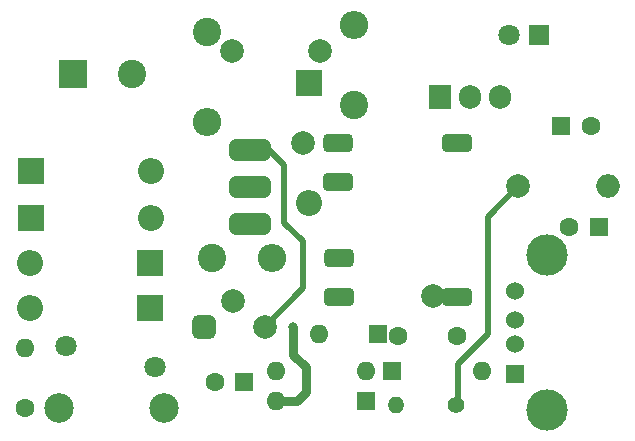
<source format=gbr>
G04 #@! TF.GenerationSoftware,KiCad,Pcbnew,(6.0.5)*
G04 #@! TF.CreationDate,2022-05-08T20:16:57+02:00*
G04 #@! TF.ProjectId,Zasilacz_5V_impulsowy,5a617369-6c61-4637-9a5f-35565f696d70,rev?*
G04 #@! TF.SameCoordinates,Original*
G04 #@! TF.FileFunction,Copper,L1,Top*
G04 #@! TF.FilePolarity,Positive*
%FSLAX46Y46*%
G04 Gerber Fmt 4.6, Leading zero omitted, Abs format (unit mm)*
G04 Created by KiCad (PCBNEW (6.0.5)) date 2022-05-08 20:16:57*
%MOMM*%
%LPD*%
G01*
G04 APERTURE LIST*
G04 Aperture macros list*
%AMRoundRect*
0 Rectangle with rounded corners*
0 $1 Rounding radius*
0 $2 $3 $4 $5 $6 $7 $8 $9 X,Y pos of 4 corners*
0 Add a 4 corners polygon primitive as box body*
4,1,4,$2,$3,$4,$5,$6,$7,$8,$9,$2,$3,0*
0 Add four circle primitives for the rounded corners*
1,1,$1+$1,$2,$3*
1,1,$1+$1,$4,$5*
1,1,$1+$1,$6,$7*
1,1,$1+$1,$8,$9*
0 Add four rect primitives between the rounded corners*
20,1,$1+$1,$2,$3,$4,$5,0*
20,1,$1+$1,$4,$5,$6,$7,0*
20,1,$1+$1,$6,$7,$8,$9,0*
20,1,$1+$1,$8,$9,$2,$3,0*%
G04 Aperture macros list end*
G04 #@! TA.AperFunction,ComponentPad*
%ADD10C,2.000000*%
G04 #@! TD*
G04 #@! TA.AperFunction,ComponentPad*
%ADD11C,1.600000*%
G04 #@! TD*
G04 #@! TA.AperFunction,ComponentPad*
%ADD12O,1.600000X1.600000*%
G04 #@! TD*
G04 #@! TA.AperFunction,ComponentPad*
%ADD13R,1.600000X1.600000*%
G04 #@! TD*
G04 #@! TA.AperFunction,ComponentPad*
%ADD14R,2.400000X2.400000*%
G04 #@! TD*
G04 #@! TA.AperFunction,ComponentPad*
%ADD15C,2.400000*%
G04 #@! TD*
G04 #@! TA.AperFunction,ComponentPad*
%ADD16R,1.524000X1.524000*%
G04 #@! TD*
G04 #@! TA.AperFunction,ComponentPad*
%ADD17C,1.524000*%
G04 #@! TD*
G04 #@! TA.AperFunction,ComponentPad*
%ADD18C,3.500000*%
G04 #@! TD*
G04 #@! TA.AperFunction,ComponentPad*
%ADD19C,2.500000*%
G04 #@! TD*
G04 #@! TA.AperFunction,ComponentPad*
%ADD20R,2.200000X2.200000*%
G04 #@! TD*
G04 #@! TA.AperFunction,ComponentPad*
%ADD21O,2.200000X2.200000*%
G04 #@! TD*
G04 #@! TA.AperFunction,ComponentPad*
%ADD22RoundRect,0.381000X-0.869000X-0.381000X0.869000X-0.381000X0.869000X0.381000X-0.869000X0.381000X0*%
G04 #@! TD*
G04 #@! TA.AperFunction,ComponentPad*
%ADD23RoundRect,0.381000X-0.889000X-0.381000X0.889000X-0.381000X0.889000X0.381000X-0.889000X0.381000X0*%
G04 #@! TD*
G04 #@! TA.AperFunction,ComponentPad*
%ADD24R,1.905000X2.000000*%
G04 #@! TD*
G04 #@! TA.AperFunction,ComponentPad*
%ADD25O,1.905000X2.000000*%
G04 #@! TD*
G04 #@! TA.AperFunction,ComponentPad*
%ADD26C,1.800000*%
G04 #@! TD*
G04 #@! TA.AperFunction,ComponentPad*
%ADD27C,1.400000*%
G04 #@! TD*
G04 #@! TA.AperFunction,ComponentPad*
%ADD28O,1.400000X1.400000*%
G04 #@! TD*
G04 #@! TA.AperFunction,ComponentPad*
%ADD29R,1.800000X1.800000*%
G04 #@! TD*
G04 #@! TA.AperFunction,ComponentPad*
%ADD30O,2.400000X2.400000*%
G04 #@! TD*
G04 #@! TA.AperFunction,ComponentPad*
%ADD31RoundRect,0.450000X-1.300000X-0.450000X1.300000X-0.450000X1.300000X0.450000X-1.300000X0.450000X0*%
G04 #@! TD*
G04 #@! TA.AperFunction,ComponentPad*
%ADD32RoundRect,0.500000X-0.500000X-0.500000X0.500000X-0.500000X0.500000X0.500000X-0.500000X0.500000X0*%
G04 #@! TD*
G04 #@! TA.AperFunction,ComponentPad*
%ADD33O,2.000000X2.000000*%
G04 #@! TD*
G04 #@! TA.AperFunction,ViaPad*
%ADD34C,0.800000*%
G04 #@! TD*
G04 #@! TA.AperFunction,Conductor*
%ADD35C,0.500000*%
G04 #@! TD*
G04 #@! TA.AperFunction,Conductor*
%ADD36C,0.750000*%
G04 #@! TD*
G04 APERTURE END LIST*
D10*
G04 #@! TO.P,C3,1*
G04 #@! TO.N,Net-(C1-Pad2)*
X100750000Y-98600000D03*
G04 #@! TO.P,C3,2*
G04 #@! TO.N,Net-(C3-Pad2)*
X108250000Y-98600000D03*
G04 #@! TD*
G04 #@! TO.P,C1,1*
G04 #@! TO.N,GNDREF*
X117737718Y-119402634D03*
G04 #@! TO.P,C1,2*
G04 #@! TO.N,Net-(C1-Pad2)*
X106772027Y-106412018D03*
G04 #@! TD*
D11*
G04 #@! TO.P,F1,1*
G04 #@! TO.N,Net-(F1-Pad1)*
X83200000Y-128840000D03*
D12*
G04 #@! TO.P,F1,2*
G04 #@! TO.N,Net-(D3-Pad1)*
X83200000Y-123760000D03*
G04 #@! TD*
D13*
G04 #@! TO.P,C6,1*
G04 #@! TO.N,Net-(C6-Pad1)*
X131800000Y-113500000D03*
D11*
G04 #@! TO.P,C6,2*
G04 #@! TO.N,GNDREF*
X129300000Y-113500000D03*
G04 #@! TD*
D14*
G04 #@! TO.P,C4,1*
G04 #@! TO.N,Net-(C1-Pad2)*
X87284785Y-100600000D03*
D15*
G04 #@! TO.P,C4,2*
G04 #@! TO.N,GNDA*
X92284785Y-100600000D03*
G04 #@! TD*
D16*
G04 #@! TO.P,J2,1,VBUS*
G04 #@! TO.N,Net-(C6-Pad1)*
X124700000Y-125950000D03*
D17*
G04 #@! TO.P,J2,2,D-*
G04 #@! TO.N,Net-(J2-Pad2)*
X124700000Y-123450000D03*
G04 #@! TO.P,J2,3,D+*
G04 #@! TO.N,unconnected-(J2-Pad3)*
X124700000Y-121450000D03*
G04 #@! TO.P,J2,4,GND*
G04 #@! TO.N,GNDREF*
X124700000Y-118950000D03*
D18*
G04 #@! TO.P,J2,5,Shield*
X127410000Y-129020000D03*
X127410000Y-115880000D03*
G04 #@! TD*
D13*
G04 #@! TO.P,C9,1*
G04 #@! TO.N,Net-(C9-Pad1)*
X101805113Y-126700000D03*
D11*
G04 #@! TO.P,C9,2*
G04 #@! TO.N,GNDA*
X99305113Y-126700000D03*
G04 #@! TD*
D19*
G04 #@! TO.P,J3,1,Pin_1*
G04 #@! TO.N,Net-(F1-Pad1)*
X86100000Y-128900000D03*
G04 #@! TD*
D20*
G04 #@! TO.P,D3,1,K*
G04 #@! TO.N,Net-(D3-Pad1)*
X93780000Y-116600000D03*
D21*
G04 #@! TO.P,D3,2,A*
G04 #@! TO.N,GNDA*
X83620000Y-116600000D03*
G04 #@! TD*
D11*
G04 #@! TO.P,C8,1*
G04 #@! TO.N,Net-(C8-Pad1)*
X114800000Y-122800000D03*
G04 #@! TO.P,C8,2*
G04 #@! TO.N,Net-(C8-Pad2)*
X119800000Y-122800000D03*
G04 #@! TD*
D22*
G04 #@! TO.P,T1,1,SA*
G04 #@! TO.N,Net-(C1-Pad2)*
X109750000Y-106450000D03*
D23*
G04 #@! TO.P,T1,2,SB*
G04 #@! TO.N,Net-(D5-Pad2)*
X109750000Y-109750000D03*
G04 #@! TO.P,T1,3,SC*
G04 #@! TO.N,Net-(C8-Pad1)*
X109850000Y-119450000D03*
D22*
G04 #@! TO.P,T1,4,SD*
G04 #@! TO.N,Net-(C9-Pad1)*
X109850000Y-116150000D03*
D23*
G04 #@! TO.P,T1,5,AA*
G04 #@! TO.N,Net-(D4-Pad1)*
X119850000Y-106450000D03*
G04 #@! TO.P,T1,6,AB*
G04 #@! TO.N,GNDREF*
X119850000Y-119450000D03*
G04 #@! TD*
D24*
G04 #@! TO.P,D4,1,K*
G04 #@! TO.N,Net-(D4-Pad1)*
X118360000Y-102545000D03*
D25*
G04 #@! TO.P,D4,2,A*
G04 #@! TO.N,Net-(C2-Pad1)*
X120900000Y-102545000D03*
G04 #@! TO.P,D4,3,K*
G04 #@! TO.N,Net-(D4-Pad1)*
X123440000Y-102545000D03*
G04 #@! TD*
D26*
G04 #@! TO.P,RV1,1*
G04 #@! TO.N,Net-(D3-Pad1)*
X86700000Y-123600000D03*
G04 #@! TO.P,RV1,2*
G04 #@! TO.N,Net-(D1-Pad1)*
X94200000Y-125400000D03*
G04 #@! TD*
D27*
G04 #@! TO.P,R8,1*
G04 #@! TO.N,Net-(C2-Pad1)*
X119740000Y-128600000D03*
D28*
G04 #@! TO.P,R8,2*
G04 #@! TO.N,Net-(R8-Pad2)*
X114660000Y-128600000D03*
G04 #@! TD*
D20*
G04 #@! TO.P,D5,1,K*
G04 #@! TO.N,Net-(C3-Pad2)*
X107250000Y-101370000D03*
D21*
G04 #@! TO.P,D5,2,A*
G04 #@! TO.N,Net-(D5-Pad2)*
X107250000Y-111530000D03*
G04 #@! TD*
D13*
G04 #@! TO.P,D8,1,K*
G04 #@! TO.N,Net-(D8-Pad1)*
X114290000Y-125700000D03*
D12*
G04 #@! TO.P,D8,2,A*
G04 #@! TO.N,GNDREF*
X121910000Y-125700000D03*
G04 #@! TD*
D13*
G04 #@! TO.P,D9,1,K*
G04 #@! TO.N,Net-(C8-Pad1)*
X113125686Y-122600000D03*
D12*
G04 #@! TO.P,D9,2,A*
G04 #@! TO.N,GNDA*
X108125686Y-122600000D03*
G04 #@! TD*
D29*
G04 #@! TO.P,D7,1,K*
G04 #@! TO.N,GNDREF*
X126775000Y-97300000D03*
D26*
G04 #@! TO.P,D7,2,A*
G04 #@! TO.N,Net-(D7-Pad2)*
X124235000Y-97300000D03*
G04 #@! TD*
D20*
G04 #@! TO.P,D2,1,K*
G04 #@! TO.N,Net-(C1-Pad2)*
X83720000Y-112800000D03*
D21*
G04 #@! TO.P,D2,2,A*
G04 #@! TO.N,Net-(D1-Pad1)*
X93880000Y-112800000D03*
G04 #@! TD*
D15*
G04 #@! TO.P,R10,1*
G04 #@! TO.N,GNDA*
X99060000Y-116200000D03*
D30*
G04 #@! TO.P,R10,2*
G04 #@! TO.N,Net-(Q1-Pad3)*
X104140000Y-116200000D03*
G04 #@! TD*
D31*
G04 #@! TO.P,Q1,1,B*
G04 #@! TO.N,Net-(Q1-Pad1)*
X102300000Y-107000000D03*
G04 #@! TO.P,Q1,2,C*
G04 #@! TO.N,Net-(D5-Pad2)*
X102300000Y-110140000D03*
G04 #@! TO.P,Q1,3,E*
G04 #@! TO.N,Net-(Q1-Pad3)*
X102300000Y-113300000D03*
G04 #@! TD*
D15*
G04 #@! TO.P,R4,1*
G04 #@! TO.N,Net-(C1-Pad2)*
X111100000Y-103200000D03*
D30*
G04 #@! TO.P,R4,2*
G04 #@! TO.N,Net-(C3-Pad2)*
X111100000Y-96400000D03*
G04 #@! TD*
D20*
G04 #@! TO.P,D6,1,K*
G04 #@! TO.N,Net-(C1-Pad2)*
X83720000Y-108800000D03*
D21*
G04 #@! TO.P,D6,2,A*
G04 #@! TO.N,Net-(D3-Pad1)*
X93880000Y-108800000D03*
G04 #@! TD*
D19*
G04 #@! TO.P,J1,1,Pin_1*
G04 #@! TO.N,Net-(D1-Pad1)*
X95000000Y-128900000D03*
G04 #@! TD*
D32*
G04 #@! TO.P,Q2,1,E*
G04 #@! TO.N,GNDA*
X98420000Y-121970000D03*
D10*
G04 #@! TO.P,Q2,2,B*
G04 #@! TO.N,Net-(Q2-Pad2)*
X100820000Y-119770000D03*
G04 #@! TO.P,Q2,3,C*
G04 #@! TO.N,Net-(Q1-Pad1)*
X103520000Y-121970000D03*
G04 #@! TD*
D15*
G04 #@! TO.P,R2,1*
G04 #@! TO.N,Net-(C1-Pad2)*
X98640000Y-96990000D03*
D30*
G04 #@! TO.P,R2,2*
G04 #@! TO.N,Net-(Q1-Pad1)*
X98640000Y-104610000D03*
G04 #@! TD*
D20*
G04 #@! TO.P,D1,1,K*
G04 #@! TO.N,Net-(D1-Pad1)*
X93780000Y-120400000D03*
D21*
G04 #@! TO.P,D1,2,A*
G04 #@! TO.N,GNDA*
X83620000Y-120400000D03*
G04 #@! TD*
D13*
G04 #@! TO.P,U1,1*
G04 #@! TO.N,Net-(R8-Pad2)*
X112100000Y-128275000D03*
D12*
G04 #@! TO.P,U1,2*
G04 #@! TO.N,Net-(D8-Pad1)*
X112100000Y-125735000D03*
G04 #@! TO.P,U1,3*
G04 #@! TO.N,Net-(Q2-Pad2)*
X104480000Y-125735000D03*
G04 #@! TO.P,U1,4*
G04 #@! TO.N,Net-(C9-Pad1)*
X104480000Y-128275000D03*
G04 #@! TD*
D10*
G04 #@! TO.P,L1,1,1*
G04 #@! TO.N,Net-(C2-Pad1)*
X125010000Y-110100000D03*
D33*
G04 #@! TO.P,L1,2,2*
G04 #@! TO.N,Net-(C6-Pad1)*
X132630000Y-110100000D03*
G04 #@! TD*
D13*
G04 #@! TO.P,C5,1*
G04 #@! TO.N,Net-(C2-Pad1)*
X128617621Y-105000000D03*
D11*
G04 #@! TO.P,C5,2*
G04 #@! TO.N,GNDREF*
X131117621Y-105000000D03*
G04 #@! TD*
D34*
G04 #@! TO.N,Net-(C9-Pad1)*
X105950000Y-122000000D03*
G04 #@! TD*
D35*
G04 #@! TO.N,Net-(C2-Pad1)*
X119900000Y-125100000D02*
X122400000Y-122600000D01*
X122400000Y-112710000D02*
X125010000Y-110100000D01*
X119740000Y-128600000D02*
X119900000Y-128440000D01*
X122400000Y-122600000D02*
X122400000Y-112710000D01*
X119900000Y-128440000D02*
X119900000Y-125100000D01*
G04 #@! TO.N,Net-(Q1-Pad1)*
X106750000Y-114750000D02*
X105200000Y-113200000D01*
X105200000Y-108300000D02*
X103900000Y-107000000D01*
X106750000Y-118740000D02*
X106750000Y-114750000D01*
X103520000Y-121970000D02*
X106750000Y-118740000D01*
X103900000Y-107000000D02*
X102300000Y-107000000D01*
X105200000Y-113200000D02*
X105200000Y-108300000D01*
D36*
G04 #@! TO.N,Net-(C9-Pad1)*
X107000000Y-127500000D02*
X106225000Y-128275000D01*
X105950000Y-122000000D02*
X105950000Y-124350000D01*
X107000000Y-125400000D02*
X107000000Y-127500000D01*
D35*
X105950000Y-122000000D02*
X105950000Y-122700000D01*
X105950000Y-122700000D02*
X105900000Y-122750000D01*
D36*
X105950000Y-124350000D02*
X107000000Y-125400000D01*
X106225000Y-128275000D02*
X104480000Y-128275000D01*
G04 #@! TD*
M02*

</source>
